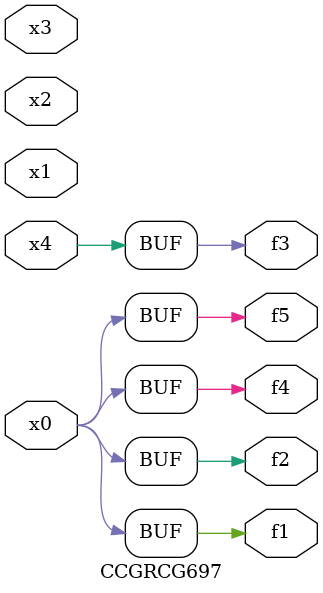
<source format=v>
module CCGRCG697(
	input x0, x1, x2, x3, x4,
	output f1, f2, f3, f4, f5
);
	assign f1 = x0;
	assign f2 = x0;
	assign f3 = x4;
	assign f4 = x0;
	assign f5 = x0;
endmodule

</source>
